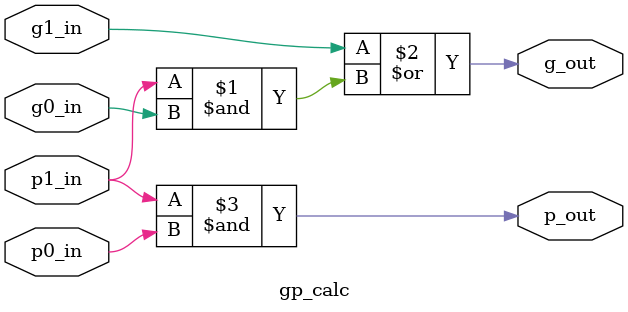
<source format=v>
module gp_calc(
    g0_in,
    p0_in,
    g1_in,
    p1_in,
    g_out,
    p_out
);

input g0_in;
input p0_in;
input g1_in;
input p1_in;
output g_out;
output p_out;

assign g_out = g1_in | (p1_in & g0_in);
assign p_out = p1_in & p0_in;

endmodule

</source>
